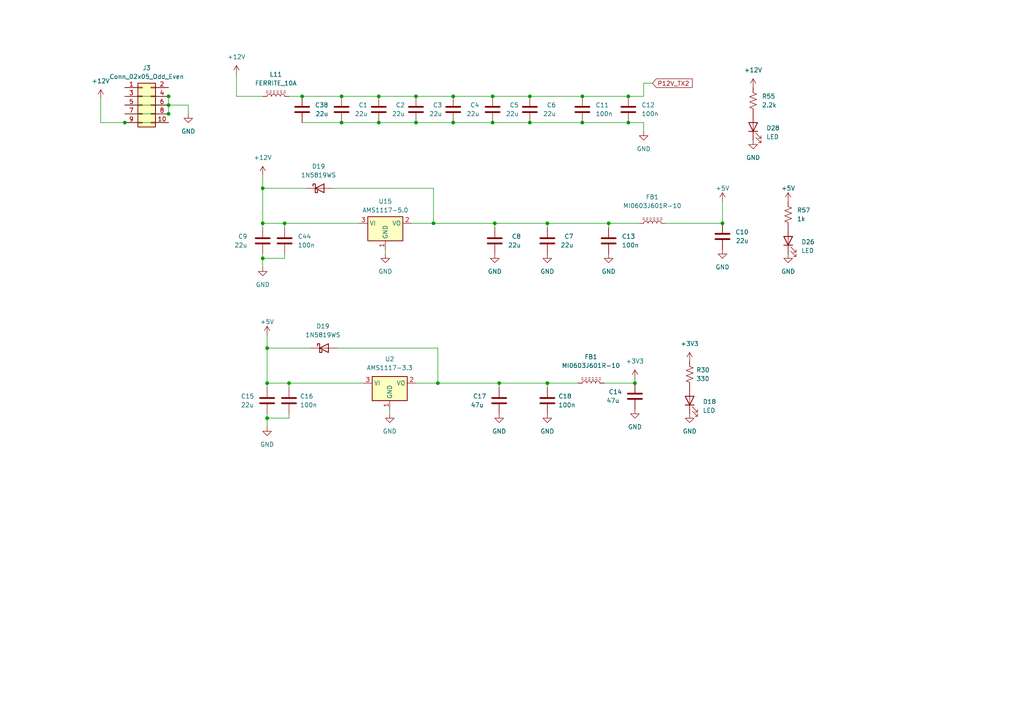
<source format=kicad_sch>
(kicad_sch (version 20230121) (generator eeschema)
  (paper "A4")
  (lib_symbols
    (symbol "+5V_1" (power) (pin_names (offset 0))
      (property "Value" "+5V_1" (at 0 3.556 0))
      (symbol "+5V_1_0_1"
        (polyline (pts (xy -0.762 1.27) (xy 0 2.54)))
        (polyline (pts (xy 0 0) (xy 0 2.54)))
        (polyline (pts (xy 0 2.54) (xy 0.762 1.27)))
      )
      (symbol "+5V_1_1_1"
        (pin power_in line (at 0 0 90) (length 0) hide (name "+5V") (number "1"))
      )
    )
    (symbol "Connector_Generic:Conn_02x05_Odd_Even" (pin_names (offset 1.016) hide)
      (property "Reference" "J" (at 1.27 7.62 0))
      (property "Value" "Conn_02x05_Odd_Even" (at 1.27 -7.62 0))
      (symbol "Conn_02x05_Odd_Even_1_1"
        (rectangle (start -1.27 -4.953) (end 0 -5.207) (stroke (width 0.1524)))
        (rectangle (start -1.27 -2.413) (end 0 -2.667) (stroke (width 0.1524)))
        (rectangle (start -1.27 0.127) (end 0 -0.127) (stroke (width 0.1524)))
        (rectangle (start -1.27 2.667) (end 0 2.413) (stroke (width 0.1524)))
        (rectangle (start -1.27 5.207) (end 0 4.953) (stroke (width 0.1524)))
        (rectangle (start -1.27 6.35) (end 3.81 -6.35) (stroke (width 0.254)) (fill (type background)))
        (rectangle (start 3.81 -4.953) (end 2.54 -5.207) (stroke (width 0.1524)))
        (rectangle (start 3.81 -2.413) (end 2.54 -2.667) (stroke (width 0.1524)))
        (rectangle (start 3.81 0.127) (end 2.54 -0.127) (stroke (width 0.1524)))
        (rectangle (start 3.81 2.667) (end 2.54 2.413) (stroke (width 0.1524)))
        (rectangle (start 3.81 5.207) (end 2.54 4.953) (stroke (width 0.1524)))
        (pin passive line (at -5.08 5.08 0) (length 3.81) (name "Pin_1") (number "1"))
        (pin passive line (at 7.62 -5.08 180) (length 3.81) (name "Pin_10") (number "10"))
        (pin passive line (at 7.62 5.08 180) (length 3.81) (name "Pin_2") (number "2"))
        (pin passive line (at -5.08 2.54 0) (length 3.81) (name "Pin_3") (number "3"))
        (pin passive line (at 7.62 2.54 180) (length 3.81) (name "Pin_4") (number "4"))
        (pin passive line (at -5.08 0 0) (length 3.81) (name "Pin_5") (number "5"))
        (pin passive line (at 7.62 0 180) (length 3.81) (name "Pin_6") (number "6"))
        (pin passive line (at -5.08 -2.54 0) (length 3.81) (name "Pin_7") (number "7"))
        (pin passive line (at 7.62 -2.54 180) (length 3.81) (name "Pin_8") (number "8"))
        (pin passive line (at -5.08 -5.08 0) (length 3.81) (name "Pin_9") (number "9"))
      )
    )
    (symbol "Device:C" (pin_numbers hide) (pin_names (offset 0.254))
      (property "Reference" "C" (at 0.635 2.54 0))
      (property "Value" "C" (at 0.635 -2.54 0))
      (symbol "C_0_1"
        (polyline (pts (xy -2.032 -0.762) (xy 2.032 -0.762)) (stroke (width 0.508)))
        (polyline (pts (xy -2.032 0.762) (xy 2.032 0.762)) (stroke (width 0.508)))
      )
      (symbol "C_1_1"
        (pin passive line (at 0 3.81 270) (length 2.794) (name "~") (number "1"))
        (pin passive line (at 0 -3.81 90) (length 2.794) (name "~") (number "2"))
      )
    )
    (symbol "Device:LED" (pin_numbers hide) (pin_names (offset 1.016) hide)
      (property "Reference" "D" (at 0 2.54 0))
      (property "Value" "LED" (at 0 -2.54 0))
      (symbol "LED_0_1"
        (polyline (pts (xy -1.27 -1.27) (xy -1.27 1.27)) (stroke (width 0.254)))
        (polyline (pts (xy -1.27 0) (xy 1.27 0)))
        (polyline (pts (xy 1.27 -1.27) (xy 1.27 1.27) (xy -1.27 0) (xy 1.27 -1.27)) (stroke (width 0.254)))
        (polyline (pts (xy -3.048 -0.762) (xy -4.572 -2.286) (xy -3.81 -2.286) (xy -4.572 -2.286) (xy -4.572 -1.524)))
        (polyline (pts (xy -1.778 -0.762) (xy -3.302 -2.286) (xy -2.54 -2.286) (xy -3.302 -2.286) (xy -3.302 -1.524)))
      )
      (symbol "LED_1_1"
        (pin passive line (at -3.81 0 0) (length 2.54) (name "K") (number "1"))
        (pin passive line (at 3.81 0 180) (length 2.54) (name "A") (number "2"))
      )
    )
    (symbol "Device:L_Ferrite" (pin_numbers hide) (pin_names (offset 1.016) hide)
      (property "Reference" "L" (at -1.27 0 90))
      (property "Value" "L_Ferrite" (at 2.794 0 90))
      (symbol "L_Ferrite_0_1"
        (arc (start 0 -2.54) (mid 0.6323 -1.905) (end 0 -1.27))
        (arc (start 0 -1.27) (mid 0.6323 -0.635) (end 0 0))
        (polyline (pts (xy 1.016 -2.794) (xy 1.016 -2.286)))
        (polyline (pts (xy 1.016 -1.778) (xy 1.016 -1.27)))
        (polyline (pts (xy 1.016 -0.762) (xy 1.016 -0.254)))
        (polyline (pts (xy 1.016 0.254) (xy 1.016 0.762)))
        (polyline (pts (xy 1.016 1.27) (xy 1.016 1.778)))
        (polyline (pts (xy 1.016 2.286) (xy 1.016 2.794)))
        (polyline (pts (xy 1.524 -2.286) (xy 1.524 -2.794)))
        (polyline (pts (xy 1.524 -1.27) (xy 1.524 -1.778)))
        (polyline (pts (xy 1.524 -0.254) (xy 1.524 -0.762)))
        (polyline (pts (xy 1.524 0.762) (xy 1.524 0.254)))
        (polyline (pts (xy 1.524 1.778) (xy 1.524 1.27)))
        (polyline (pts (xy 1.524 2.794) (xy 1.524 2.286)))
        (arc (start 0 0) (mid 0.6323 0.635) (end 0 1.27))
        (arc (start 0 1.27) (mid 0.6323 1.905) (end 0 2.54))
      )
      (symbol "L_Ferrite_1_1"
        (pin passive line (at 0 3.81 270) (length 1.27) (name "1") (number "1"))
        (pin passive line (at 0 -3.81 90) (length 1.27) (name "2") (number "2"))
      )
    )
    (symbol "Device:R_US" (pin_numbers hide) (pin_names (offset 0))
      (property "Reference" "R" (at 2.54 0 90))
      (property "Value" "R_US" (at -2.54 0 90))
      (symbol "R_US_0_1"
        (polyline (pts (xy 0 -2.286) (xy 0 -2.54)))
        (polyline (pts (xy 0 2.286) (xy 0 2.54)))
        (polyline (pts (xy 0 -0.762) (xy 1.016 -1.143) (xy 0 -1.524) (xy -1.016 -1.905) (xy 0 -2.286)))
        (polyline (pts (xy 0 0.762) (xy 1.016 0.381) (xy 0 0) (xy -1.016 -0.381) (xy 0 -0.762)))
        (polyline (pts (xy 0 2.286) (xy 1.016 1.905) (xy 0 1.524) (xy -1.016 1.143) (xy 0 0.762)))
      )
      (symbol "R_US_1_1"
        (pin passive line (at 0 3.81 270) (length 1.27) (name "~") (number "1"))
        (pin passive line (at 0 -3.81 90) (length 1.27) (name "~") (number "2"))
      )
    )
    (symbol "Diode:1N5819WS" (pin_numbers hide) (pin_names (offset 1.016) hide)
      (property "Reference" "D" (at 0 2.54 0))
      (property "Value" "1N5819WS" (at 0 -2.54 0))
      (symbol "1N5819WS_0_1"
        (polyline (pts (xy 1.27 0) (xy -1.27 0)))
        (polyline (pts (xy 1.27 1.27) (xy 1.27 -1.27) (xy -1.27 0) (xy 1.27 1.27)) (stroke (width 0.254)))
        (polyline (pts (xy -1.905 0.635) (xy -1.905 1.27) (xy -1.27 1.27) (xy -1.27 -1.27) (xy -0.635 -1.27) (xy -0.635 -0.635)) (stroke (width 0.254)))
      )
      (symbol "1N5819WS_1_1"
        (pin passive line (at -3.81 0 0) (length 2.54) (name "K") (number "1"))
        (pin passive line (at 3.81 0 180) (length 2.54) (name "A") (number "2"))
      )
    )
    (symbol "Regulator_Linear:AMS1117-3.3"
      (property "Reference" "U" (at -3.81 3.175 0))
      (property "Value" "AMS1117-3.3" (at 0 3.175 0))
      (symbol "AMS1117-3.3_0_1"
        (rectangle (start -5.08 -5.08) (end 5.08 1.905) (stroke (width 0.254)) (fill (type background)))
      )
      (symbol "AMS1117-3.3_1_1"
        (pin power_in line (at 0 -7.62 90) (length 2.54) (name "GND") (number "1"))
        (pin power_out line (at 7.62 0 180) (length 2.54) (name "VO") (number "2"))
        (pin power_in line (at -7.62 0 0) (length 2.54) (name "VI") (number "3"))
      )
    )
    (symbol "power:+12V" (power) (pin_names (offset 0))
      (property "Value" "+12V" (at 0 3.556 0))
      (symbol "+12V_0_1"
        (polyline (pts (xy -0.762 1.27) (xy 0 2.54)))
        (polyline (pts (xy 0 0) (xy 0 2.54)))
        (polyline (pts (xy 0 2.54) (xy 0.762 1.27)))
      )
      (symbol "+12V_1_1"
        (pin power_in line (at 0 0 90) (length 0) hide (name "+12V") (number "1"))
      )
    )
    (symbol "power:+3V3" (power) (pin_names (offset 0))
      (property "Value" "+3V3" (at 0 3.556 0))
      (symbol "+3V3_0_1"
        (polyline (pts (xy -0.762 1.27) (xy 0 2.54)))
        (polyline (pts (xy 0 0) (xy 0 2.54)))
        (polyline (pts (xy 0 2.54) (xy 0.762 1.27)))
      )
      (symbol "+3V3_1_1"
        (pin power_in line (at 0 0 90) (length 0) hide (name "+3V3") (number "1"))
      )
    )
    (symbol "power:GND" (power) (pin_names (offset 0))
      (property "Value" "GND" (at 0 -3.81 0))
      (symbol "GND_0_1"
        (polyline (pts (xy 0 0) (xy 0 -1.27) (xy 1.27 -1.27) (xy 0 -2.54) (xy -1.27 -1.27) (xy 0 -1.27)))
      )
      (symbol "GND_1_1"
        (pin power_in line (at 0 0 270) (length 0) hide (name "GND") (number "1"))
      )
    )
  )
  (junction (at 158.75 64.77))
  (junction (at 36.195 35.56))
  (junction (at 182.245 27.94))
  (junction (at 48.895 30.48))
  (junction (at 153.67 35.56))
  (junction (at 83.82 111.125))
  (junction (at 168.91 35.56))
  (junction (at 125.73 64.77))
  (junction (at 99.06 27.94))
  (junction (at 77.47 100.965))
  (junction (at 131.445 35.56))
  (junction (at 209.55 64.77))
  (junction (at 144.78 111.125))
  (junction (at 120.65 27.94))
  (junction (at 131.445 27.94))
  (junction (at 76.2 74.93))
  (junction (at 109.855 35.56))
  (junction (at 48.895 33.02))
  (junction (at 184.15 111.125))
  (junction (at 182.245 35.56))
  (junction (at 77.47 121.285))
  (junction (at 120.65 35.56))
  (junction (at 127 111.125))
  (junction (at 142.875 27.94))
  (junction (at 48.895 27.94))
  (junction (at 76.2 54.61))
  (junction (at 158.75 111.125))
  (junction (at 143.51 64.77))
  (junction (at 76.2 64.77))
  (junction (at 168.91 27.94))
  (junction (at 176.53 64.77))
  (junction (at 142.875 35.56))
  (junction (at 109.855 27.94))
  (junction (at 99.06 35.56))
  (junction (at 87.63 27.94))
  (junction (at 82.55 64.77))
  (junction (at 77.47 111.125))
  (junction (at 153.67 27.94))
  (wire (pts (xy 76.2 50.8) (xy 76.2 54.61)))
  (wire (pts (xy 158.75 111.125) (xy 144.78 111.125)))
  (wire (pts (xy 131.445 35.56) (xy 142.875 35.56)))
  (wire (pts (xy 176.53 64.77) (xy 176.53 66.04)))
  (wire (pts (xy 36.195 35.56) (xy 29.21 35.56)))
  (wire (pts (xy 82.55 74.93) (xy 82.55 73.66)))
  (wire (pts (xy 96.52 54.61) (xy 125.73 54.61)))
  (wire (pts (xy 48.895 27.94) (xy 48.895 30.48)))
  (wire (pts (xy 77.47 100.965) (xy 77.47 111.125)))
  (wire (pts (xy 83.82 121.285) (xy 83.82 120.015)))
  (wire (pts (xy 82.55 64.77) (xy 82.55 66.04)))
  (wire (pts (xy 83.82 111.125) (xy 77.47 111.125)))
  (wire (pts (xy 105.41 111.125) (xy 83.82 111.125)))
  (wire (pts (xy 68.58 21.59) (xy 68.58 27.94)))
  (wire (pts (xy 189.23 24.13) (xy 186.69 24.13)))
  (wire (pts (xy 186.69 35.56) (xy 186.69 38.1)))
  (wire (pts (xy 158.75 64.77) (xy 176.53 64.77)))
  (wire (pts (xy 36.195 27.94) (xy 48.895 27.94)))
  (wire (pts (xy 76.2 74.93) (xy 76.2 73.66)))
  (wire (pts (xy 142.875 35.56) (xy 153.67 35.56)))
  (wire (pts (xy 120.65 27.94) (xy 131.445 27.94)))
  (wire (pts (xy 144.78 112.395) (xy 144.78 111.125)))
  (wire (pts (xy 153.67 35.56) (xy 168.91 35.56)))
  (wire (pts (xy 109.855 27.94) (xy 120.65 27.94)))
  (wire (pts (xy 143.51 64.77) (xy 158.75 64.77)))
  (wire (pts (xy 82.55 64.77) (xy 76.2 64.77)))
  (wire (pts (xy 77.47 100.965) (xy 90.17 100.965)))
  (wire (pts (xy 175.26 111.125) (xy 184.15 111.125)))
  (wire (pts (xy 77.47 121.285) (xy 77.47 120.015)))
  (wire (pts (xy 83.82 27.94) (xy 87.63 27.94)))
  (wire (pts (xy 142.875 27.94) (xy 153.67 27.94)))
  (wire (pts (xy 209.55 58.42) (xy 209.55 64.77)))
  (wire (pts (xy 77.47 121.285) (xy 77.47 123.825)))
  (wire (pts (xy 168.91 35.56) (xy 182.245 35.56)))
  (wire (pts (xy 184.15 109.855) (xy 184.15 111.125)))
  (wire (pts (xy 131.445 27.94) (xy 142.875 27.94)))
  (wire (pts (xy 158.75 64.77) (xy 158.75 66.04)))
  (wire (pts (xy 99.06 27.94) (xy 109.855 27.94)))
  (wire (pts (xy 158.75 111.125) (xy 167.64 111.125)))
  (wire (pts (xy 83.82 111.125) (xy 83.82 112.395)))
  (wire (pts (xy 76.2 66.04) (xy 76.2 64.77)))
  (wire (pts (xy 76.2 54.61) (xy 88.9 54.61)))
  (wire (pts (xy 77.47 112.395) (xy 77.47 111.125)))
  (wire (pts (xy 176.53 64.77) (xy 185.42 64.77)))
  (wire (pts (xy 87.63 35.56) (xy 99.06 35.56)))
  (wire (pts (xy 97.79 100.965) (xy 127 100.965)))
  (wire (pts (xy 127 111.125) (xy 144.78 111.125)))
  (wire (pts (xy 182.245 35.56) (xy 186.69 35.56)))
  (wire (pts (xy 36.195 33.02) (xy 48.895 33.02)))
  (wire (pts (xy 153.67 27.94) (xy 168.91 27.94)))
  (wire (pts (xy 113.03 118.745) (xy 113.03 120.015)))
  (wire (pts (xy 125.73 64.77) (xy 143.51 64.77)))
  (wire (pts (xy 125.73 54.61) (xy 125.73 64.77)))
  (wire (pts (xy 168.91 27.94) (xy 182.245 27.94)))
  (wire (pts (xy 87.63 27.94) (xy 99.06 27.94)))
  (wire (pts (xy 193.04 64.77) (xy 209.55 64.77)))
  (wire (pts (xy 111.76 72.39) (xy 111.76 73.66)))
  (wire (pts (xy 127 100.965) (xy 127 111.125)))
  (wire (pts (xy 29.21 28.575) (xy 29.21 35.56)))
  (wire (pts (xy 48.895 30.48) (xy 54.61 30.48)))
  (wire (pts (xy 119.38 64.77) (xy 125.73 64.77)))
  (wire (pts (xy 36.195 35.56) (xy 48.895 35.56)))
  (wire (pts (xy 158.75 111.125) (xy 158.75 112.395)))
  (wire (pts (xy 77.47 97.155) (xy 77.47 100.965)))
  (wire (pts (xy 48.895 30.48) (xy 48.895 33.02)))
  (wire (pts (xy 76.2 54.61) (xy 76.2 64.77)))
  (wire (pts (xy 120.65 35.56) (xy 131.445 35.56)))
  (wire (pts (xy 109.855 35.56) (xy 120.65 35.56)))
  (wire (pts (xy 186.69 24.13) (xy 186.69 27.94)))
  (wire (pts (xy 120.65 111.125) (xy 127 111.125)))
  (wire (pts (xy 143.51 66.04) (xy 143.51 64.77)))
  (wire (pts (xy 76.2 74.93) (xy 76.2 77.47)))
  (wire (pts (xy 182.245 27.94) (xy 186.69 27.94)))
  (wire (pts (xy 77.47 121.285) (xy 83.82 121.285)))
  (wire (pts (xy 76.2 74.93) (xy 82.55 74.93)))
  (wire (pts (xy 99.06 35.56) (xy 109.855 35.56)))
  (wire (pts (xy 54.61 30.48) (xy 54.61 33.02)))
  (wire (pts (xy 104.14 64.77) (xy 82.55 64.77)))
  (wire (pts (xy 68.58 27.94) (xy 76.2 27.94)))
  (wire (pts (xy 36.195 30.48) (xy 48.895 30.48)))
  (global_label "P12V_TX2" (shape input) (at 189.23 24.13 0) (property "Intersheetrefs" "${INTERSHEET_REFS}" (effects hide)))
  (symbol (lib_id "Device:C") (at 176.53 69.85 0) (unit 1)
    (property "Reference" "C13" (at 180.34 68.58 0) (effects (justify left)))
    (property "Value" "100n" (at 180.34 71.12 0) (effects (justify left)))
    (property "Footprint" "Capacitor_SMD:C_0603_1608Metric" (effects hide))
    (instances (project "tegra_carrier" (path "" (reference "C13") (unit 1))) (project "canbus_loopback" (path "" (reference "C19") (unit 1)) (path "" (reference "C26") (unit 1))))
  )
  (symbol (lib_id "Device:C") (at 143.51 69.85 180) (unit 1)
    (property "Reference" "C8" (at 151.13 68.58 0) (effects (justify left)))
    (property "Value" "22u" (at 151.13 71.12 0) (effects (justify left)))
    (property "Footprint" "Capacitor_SMD:C_0805_2012Metric" (effects hide))
    (instances (project "tegra_carrier" (path "" (reference "C8") (unit 1))) (project "canbus_loopback" (path "" (reference "C32") (unit 1))))
  )
  (symbol (lib_id "Device:C") (at 153.67 31.75 180) (unit 1)
    (property "Reference" "C6" (at 161.29 30.48 0) (effects (justify left)))
    (property "Value" "22u" (at 161.29 33.02 0) (effects (justify left)))
    (property "Footprint" "Capacitor_SMD:C_0805_2012Metric" (effects hide))
    (instances (project "tegra_carrier" (path "" (reference "C6") (unit 1))) (project "canbus_loopback" (path "" (reference "C32") (unit 1))))
  )
  (symbol (lib_id "Device:C") (at 77.47 116.205 0) (unit 1)
    (property "Reference" "C15" (at 69.85 114.935 0) (effects (justify left)))
    (property "Value" "22u" (at 69.85 117.475 0) (effects (justify left)))
    (property "Footprint" "Capacitor_SMD:C_0805_2012Metric" (effects hide))
    (instances (project "tegra_projectm_front" (path "" (reference "C15") (unit 1))) (project "tegra_carrier" (path "" (reference "C17") (unit 1))) (project "canbus_loopback" (path "" (reference "C32") (unit 1))))
  )
  (symbol (lib_name "+5V_1") (lib_id "power:+5V") (at 209.55 58.42 0) (unit 1)
    (property "Reference" "#PWR0140" (effects hide))
    (property "Value" "+5V" (at 209.55 54.61 0))
    (instances (project "tegra_carrier" (path "" (reference "#PWR0140") (unit 1))) (project "canbus_loopback" (path "" (reference "#PWR030") (unit 1)) (path "" (reference "#PWR041") (unit 1)) (path "" (reference "#PWR046") (unit 1))) (project "canbus_adapter" (path "" (reference "#PWR012") (unit 1))) (project "combo_laser_driver" (path "" (reference "#PWR027") (unit 1))))
  )
  (symbol (lib_id "Device:C") (at 87.63 31.75 180) (unit 1)
    (property "Reference" "C38" (at 95.25 30.48 0) (effects (justify left)))
    (property "Value" "22u" (at 95.25 33.02 0) (effects (justify left)))
    (property "Footprint" "Capacitor_SMD:C_0805_2012Metric" (effects hide))
    (instances (project "tegra_carrier" (path "" (reference "C38") (unit 1))) (project "canbus_loopback" (path "" (reference "C32") (unit 1))))
  )
  (symbol (lib_id "Device:C") (at 131.445 31.75 180) (unit 1)
    (property "Reference" "C4" (at 139.065 30.48 0) (effects (justify left)))
    (property "Value" "22u" (at 139.065 33.02 0) (effects (justify left)))
    (property "Footprint" "Capacitor_SMD:C_0805_2012Metric" (effects hide))
    (instances (project "tegra_carrier" (path "" (reference "C4") (unit 1))) (project "canbus_loopback" (path "" (reference "C32") (unit 1))))
  )
  (symbol (lib_id "power:GND") (at 143.51 73.66 0) (unit 1)
    (property "Reference" "#PWR0161" (effects hide))
    (property "Value" "GND" (at 143.51 78.74 0))
    (instances (project "tegra_carrier" (path "" (reference "#PWR0161") (unit 1))) (project "canbus_loopback" (path "" (reference "#PWR039") (unit 1)) (path "" (reference "#PWR045") (unit 1)) (path "" (reference "#PWR041") (unit 1))) (project "canbus_adapter" (path "" (reference "#PWR019") (unit 1))) (project "RP2040_minimal" (path "" (reference "#PWR010") (unit 1))) (project "combo_laser_driver" (path "" (reference "#PWR034") (unit 1))))
  )
  (symbol (lib_id "Device:C") (at 158.75 116.205 0) (unit 1)
    (property "Reference" "C18" (at 161.925 114.935 0) (effects (justify left)))
    (property "Value" "100n" (at 161.925 117.475 0) (effects (justify left)))
    (property "Footprint" "Capacitor_SMD:C_0603_1608Metric" (effects hide))
    (instances (project "tegra_projectm_front" (path "" (reference "C18") (unit 1))) (project "tegra_carrier" (path "" (reference "C20") (unit 1))) (project "canbus_loopback" (path "" (reference "C6") (unit 1)) (path "" (reference "C3") (unit 1)) (path "" (reference "C36") (unit 1))))
  )
  (symbol (lib_id "Device:L_Ferrite") (at 171.45 111.125 90) (unit 1)
    (property "Reference" "FB1" (at 171.3992 103.505 90))
    (property "Value" "MI0603J601R-10" (at 171.3992 106.045 90))
    (property "Footprint" "Inductor_SMD:L_0603_1608Metric" (effects hide))
    (instances (project "tegra_projectm_front" (path "" (reference "FB1") (unit 1))) (project "tegra_carrier" (path "" (reference "FB2") (unit 1))) (project "canbus_loopback" (path "" (reference "FB1") (unit 1)) (path "" (reference "FB4") (unit 1))))
  )
  (symbol (lib_id "power:+12V") (at 218.44 25.4 0) (unit 1)
    (property "Reference" "#PWR0169" (effects hide))
    (property "Value" "+12V" (at 218.44 20.32 0))
    (instances (project "tegra_carrier" (path "" (reference "#PWR0169") (unit 1))) (project "canbus_loopback" (path "" (reference "#PWR052") (unit 1))))
  )
  (symbol (lib_id "power:GND") (at 158.75 120.015 0) (unit 1)
    (property "Reference" "#PWR028" (effects hide))
    (property "Value" "GND" (at 158.75 125.095 0))
    (instances (project "tegra_projectm_front" (path "" (reference "#PWR028") (unit 1))) (project "tegra_carrier" (path "" (reference "#PWR013") (unit 1))) (project "canbus_loopback" (path "" (reference "#PWR039") (unit 1)) (path "" (reference "#PWR045") (unit 1)) (path "" (reference "#PWR050") (unit 1))) (project "canbus_adapter" (path "" (reference "#PWR019") (unit 1))) (project "RP2040_minimal" (path "" (reference "#PWR010") (unit 1))) (project "combo_laser_driver" (path "" (reference "#PWR034") (unit 1))))
  )
  (symbol (lib_id "power:GND") (at 176.53 73.66 0) (unit 1)
    (property "Reference" "#PWR0200" (effects hide))
    (property "Value" "GND" (at 176.53 78.74 0))
    (instances (project "tegra_carrier" (path "" (reference "#PWR0200") (unit 1))) (project "canbus_loopback" (path "" (reference "#PWR039") (unit 1)) (path "" (reference "#PWR045") (unit 1)) (path "" (reference "#PWR041") (unit 1))) (project "canbus_adapter" (path "" (reference "#PWR019") (unit 1))) (project "RP2040_minimal" (path "" (reference "#PWR010") (unit 1))) (project "combo_laser_driver" (path "" (reference "#PWR034") (unit 1))))
  )
  (symbol (lib_id "Device:C") (at 99.06 31.75 180) (unit 1)
    (property "Reference" "C1" (at 106.68 30.48 0) (effects (justify left)))
    (property "Value" "22u" (at 106.68 33.02 0) (effects (justify left)))
    (property "Footprint" "Capacitor_SMD:C_0805_2012Metric" (effects hide))
    (instances (project "tegra_carrier" (path "" (reference "C1") (unit 1))) (project "canbus_loopback" (path "" (reference "C32") (unit 1))))
  )
  (symbol (lib_id "power:+12V") (at 68.58 21.59 0) (unit 1)
    (property "Reference" "#PWR0152" (effects hide))
    (property "Value" "+12V" (at 68.58 16.51 0))
  )
  (symbol (lib_id "Device:C") (at 82.55 69.85 0) (unit 1)
    (property "Reference" "C44" (at 86.36 68.58 0) (effects (justify left)))
    (property "Value" "100n" (at 86.36 71.12 0) (effects (justify left)))
    (property "Footprint" "Capacitor_SMD:C_0603_1608Metric" (effects hide))
    (instances (project "tegra_carrier" (path "" (reference "C44") (unit 1))) (project "canbus_loopback" (path "" (reference "C19") (unit 1)) (path "" (reference "C26") (unit 1))))
  )
  (symbol (lib_id "Device:C") (at 76.2 69.85 180) (unit 1)
    (property "Reference" "C9" (at 71.755 68.58 0) (effects (justify left)))
    (property "Value" "22u" (at 71.755 71.12 0) (effects (justify left)))
    (property "Footprint" "Capacitor_SMD:C_0805_2012Metric" (effects hide))
    (instances (project "tegra_carrier" (path "" (reference "C9") (unit 1))) (project "canbus_loopback" (path "" (reference "C32") (unit 1))))
  )
  (symbol (lib_id "power:GND") (at 218.44 40.64 0) (unit 1)
    (property "Reference" "#PWR0171" (effects hide))
    (property "Value" "GND" (at 218.44 45.72 0))
    (instances (project "tegra_carrier" (path "" (reference "#PWR0171") (unit 1))) (project "canbus_loopback" (path "" (reference "#PWR039") (unit 1)) (path "" (reference "#PWR045") (unit 1)) (path "" (reference "#PWR055") (unit 1))) (project "canbus_adapter" (path "" (reference "#PWR019") (unit 1))) (project "RP2040_minimal" (path "" (reference "#PWR010") (unit 1))) (project "combo_laser_driver" (path "" (reference "#PWR034") (unit 1))))
  )
  (symbol (lib_id "Regulator_Linear:AMS1117-3.3") (at 111.76 64.77 0) (unit 1)
    (property "Reference" "U15" (at 111.76 58.42 0))
    (property "Value" "AMS1117-5.0" (at 111.76 60.96 0))
    (property "Footprint" "Package_TO_SOT_SMD:SOT-223-3_TabPin2" (effects hide))
    (property "Datasheet" "http://www.advanced-monolithic.com/pdf/ds1117.pdf" (effects hide))
    (instances (project "tegra_carrier" (path "" (reference "U15") (unit 1))) (project "canbus_loopback" (path "" (reference "U4") (unit 1)) (path "" (reference "U7") (unit 1)) (path "" (reference "U7") (unit 1))) (project "canbus_adapter" (path "" (reference "U9") (unit 1))) (project "combo_laser_driver" (path "" (reference "U3") (unit 1))))
  )
  (symbol (lib_id "power:GND") (at 184.15 118.745 0) (unit 1)
    (property "Reference" "#PWR025" (effects hide))
    (property "Value" "GND" (at 184.15 123.825 0))
    (instances (project "tegra_projectm_front" (path "" (reference "#PWR025") (unit 1))) (project "tegra_carrier" (path "" (reference "#PWR010") (unit 1))) (project "canbus_loopback" (path "" (reference "#PWR039") (unit 1)) (path "" (reference "#PWR045") (unit 1)) (path "" (reference "#PWR048") (unit 1))) (project "canbus_adapter" (path "" (reference "#PWR019") (unit 1))) (project "RP2040_minimal" (path "" (reference "#PWR010") (unit 1))) (project "combo_laser_driver" (path "" (reference "#PWR034") (unit 1))))
  )
  (symbol (lib_id "Device:C") (at 209.55 68.58 180) (unit 1)
    (property "Reference" "C10" (at 217.17 67.31 0) (effects (justify left)))
    (property "Value" "22u" (at 217.17 69.85 0) (effects (justify left)))
    (property "Footprint" "Capacitor_SMD:C_0805_2012Metric" (effects hide))
    (instances (project "tegra_carrier" (path "" (reference "C10") (unit 1))) (project "canbus_loopback" (path "" (reference "C32") (unit 1))))
  )
  (symbol (lib_id "power:+12V") (at 76.2 50.8 0) (unit 1)
    (property "Reference" "#PWR0158" (effects hide))
    (property "Value" "+12V" (at 76.2 45.72 0))
    (instances (project "tegra_carrier" (path "" (reference "#PWR0158") (unit 1))) (project "canbus_loopback" (path "" (reference "#PWR038") (unit 1))))
  )
  (symbol (lib_id "power:GND") (at 200.025 120.015 0) (unit 1)
    (property "Reference" "#PWR031" (effects hide))
    (property "Value" "GND" (at 200.025 125.095 0))
    (instances (project "tegra_projectm_front" (path "" (reference "#PWR031") (unit 1))) (project "tegra_carrier" (path "" (reference "#PWR016") (unit 1))))
  )
  (symbol (lib_name "+5V_1") (lib_id "power:+5V") (at 77.47 97.155 0) (unit 1)
    (property "Reference" "#PWR022" (effects hide))
    (property "Value" "+5V" (at 77.47 93.345 0))
    (instances (project "tegra_projectm_front" (path "" (reference "#PWR022") (unit 1))) (project "tegra_carrier" (path "" (reference "#PWR08") (unit 1))) (project "canbus_loopback" (path "" (reference "#PWR030") (unit 1)) (path "" (reference "#PWR041") (unit 1)) (path "" (reference "#PWR046") (unit 1))) (project "canbus_adapter" (path "" (reference "#PWR012") (unit 1))) (project "combo_laser_driver" (path "" (reference "#PWR027") (unit 1))))
  )
  (symbol (lib_id "power:GND") (at 158.75 73.66 0) (unit 1)
    (property "Reference" "#PWR0199" (effects hide))
    (property "Value" "GND" (at 158.75 78.74 0))
    (instances (project "tegra_carrier" (path "" (reference "#PWR0199") (unit 1))) (project "canbus_loopback" (path "" (reference "#PWR039") (unit 1)) (path "" (reference "#PWR045") (unit 1)) (path "" (reference "#PWR041") (unit 1))) (project "canbus_adapter" (path "" (reference "#PWR019") (unit 1))) (project "RP2040_minimal" (path "" (reference "#PWR010") (unit 1))) (project "combo_laser_driver" (path "" (reference "#PWR034") (unit 1))))
  )
  (symbol (lib_id "Device:LED") (at 218.44 36.83 90) (unit 1)
    (property "Reference" "D28" (at 222.25 37.1475 90) (effects (justify right)))
    (property "Value" "LED" (at 222.25 39.6875 90) (effects (justify right)))
    (property "Footprint" "LED_SMD:LED_0603_1608Metric" (effects hide))
  )
  (symbol (lib_id "Device:C") (at 120.65 31.75 180) (unit 1)
    (property "Reference" "C3" (at 128.27 30.48 0) (effects (justify left)))
    (property "Value" "22u" (at 128.27 33.02 0) (effects (justify left)))
    (property "Footprint" "Capacitor_SMD:C_0805_2012Metric" (effects hide))
    (instances (project "tegra_carrier" (path "" (reference "C3") (unit 1))) (project "canbus_loopback" (path "" (reference "C32") (unit 1))))
  )
  (symbol (lib_id "power:GND") (at 76.2 77.47 0) (unit 1)
    (property "Reference" "#PWR0162" (effects hide))
    (property "Value" "GND" (at 76.2 82.55 0))
    (instances (project "tegra_carrier" (path "" (reference "#PWR0162") (unit 1))) (project "canbus_loopback" (path "" (reference "#PWR031") (unit 1)) (path "" (reference "#PWR044") (unit 1)) (path "" (reference "#PWR042") (unit 1))) (project "canbus_adapter" (path "" (reference "#PWR013") (unit 1))) (project "RP2040_minimal" (path "" (reference "#PWR04") (unit 1))) (project "combo_laser_driver" (path "" (reference "#PWR028") (unit 1))))
  )
  (symbol (lib_id "Device:L_Ferrite") (at 189.23 64.77 90) (unit 1)
    (property "Reference" "FB1" (at 189.1792 57.15 90))
    (property "Value" "MI0603J601R-10" (at 189.1792 59.69 90))
    (property "Footprint" "Inductor_SMD:L_0603_1608Metric" (effects hide))
    (instances (project "tegra_carrier" (path "" (reference "FB1") (unit 1))) (project "canbus_loopback" (path "" (reference "FB1") (unit 1)) (path "" (reference "FB3") (unit 1))))
  )
  (symbol (lib_id "Device:L_Ferrite") (at 80.01 27.94 90) (unit 1)
    (property "Reference" "L11" (at 80.01 21.59 90))
    (property "Value" "FERRITE_10A" (at 80.01 24.13 90))
    (property "Footprint" "footprints:FB_28F0121-0SR-10" (effects hide))
  )
  (symbol (lib_id "power:GND") (at 54.61 33.02 0) (unit 1)
    (property "Reference" "#PWR06" (effects hide))
    (property "Value" "GND" (at 54.61 38.1 0))
    (instances (project "tegra_carrier" (path "" (reference "#PWR06") (unit 1))) (project "canbus_loopback" (path "" (reference "#PWR039") (unit 1)) (path "" (reference "#PWR045") (unit 1)) (path "" (reference "#PWR041") (unit 1))) (project "canbus_adapter" (path "" (reference "#PWR019") (unit 1))) (project "RP2040_minimal" (path "" (reference "#PWR010") (unit 1))) (project "combo_laser_driver" (path "" (reference "#PWR034") (unit 1))))
  )
  (symbol (lib_id "Device:C") (at 144.78 116.205 0) (unit 1)
    (property "Reference" "C17" (at 137.16 114.935 0) (effects (justify left)))
    (property "Value" "47u" (at 136.525 117.475 0) (effects (justify left)))
    (property "Footprint" "Capacitor_SMD:C_0805_2012Metric" (effects hide))
    (instances (project "tegra_projectm_front" (path "" (reference "C17") (unit 1))) (project "tegra_carrier" (path "" (reference "C19") (unit 1))) (project "canbus_loopback" (path "" (reference "C34") (unit 1))))
  )
  (symbol (lib_id "Diode:1N5819WS") (at 92.71 54.61 0) (unit 1)
    (property "Reference" "D19" (at 92.3925 48.26 0))
    (property "Value" "1N5819WS" (at 92.3925 50.8 0))
    (property "Footprint" "Diode_SMD:D_SOD-323" (effects hide))
    (property "Datasheet" "https://datasheet.lcsc.com/lcsc/2204281430_Guangdong-Hottech-1N5819WS_C191023.pdf" (effects hide))
    (instances (project "tegra_projectm_front" (path "" (reference "D19") (unit 1))) (project "tegra_carrier" (path "" (reference "D1") (unit 1))))
  )
  (symbol (lib_id "Device:R_US") (at 218.44 29.21 0) (unit 1)
    (property "Reference" "R55" (at 220.98 27.94 0) (effects (justify left)))
    (property "Value" "2.2k" (at 220.98 30.48 0) (effects (justify left)))
    (property "Footprint" "Resistor_SMD:R_0603_1608Metric" (effects hide))
  )
  (symbol (lib_id "power:GND") (at 77.47 123.825 0) (unit 1)
    (property "Reference" "#PWR038" (effects hide))
    (property "Value" "GND" (at 77.47 128.905 0))
    (instances (project "tegra_projectm_front" (path "" (reference "#PWR038") (unit 1))) (project "tegra_carrier" (path "" (reference "#PWR014") (unit 1))) (project "canbus_loopback" (path "" (reference "#PWR031") (unit 1)) (path "" (reference "#PWR044") (unit 1)) (path "" (reference "#PWR051") (unit 1))) (project "canbus_adapter" (path "" (reference "#PWR013") (unit 1))) (project "RP2040_minimal" (path "" (reference "#PWR04") (unit 1))) (project "combo_laser_driver" (path "" (reference "#PWR028") (unit 1))))
  )
  (symbol (lib_id "power:+3V3") (at 184.15 109.855 0) (unit 1)
    (property "Reference" "#PWR024" (effects hide))
    (property "Value" "+3V3" (at 184.15 104.775 0))
    (instances (project "tegra_projectm_front" (path "" (reference "#PWR024") (unit 1))) (project "tegra_carrier" (path "" (reference "#PWR09") (unit 1))))
  )
  (symbol (lib_id "power:+12V") (at 29.21 28.575 0) (unit 1)
    (property "Reference" "#PWR07" (effects hide))
    (property "Value" "+12V" (at 29.21 23.495 0))
    (instances (project "tegra_carrier" (path "" (reference "#PWR07") (unit 1))) (project "canbus_loopback" (path "" (reference "#PWR038") (unit 1))))
  )
  (symbol (lib_id "Device:C") (at 182.245 31.75 0) (unit 1)
    (property "Reference" "C12" (at 186.055 30.48 0) (effects (justify left)))
    (property "Value" "100n" (at 186.055 33.02 0) (effects (justify left)))
    (property "Footprint" "Capacitor_SMD:C_0603_1608Metric" (effects hide))
    (instances (project "tegra_carrier" (path "" (reference "C12") (unit 1))) (project "canbus_loopback" (path "" (reference "C19") (unit 1)) (path "" (reference "C26") (unit 1))))
  )
  (symbol (lib_id "power:GND") (at 228.6 73.66 0) (unit 1)
    (property "Reference" "#PWR0141" (effects hide))
    (property "Value" "GND" (at 228.6 78.74 0))
  )
  (symbol (lib_id "power:GND") (at 113.03 120.015 0) (unit 1)
    (property "Reference" "#PWR026" (effects hide))
    (property "Value" "GND" (at 113.03 125.095 0))
    (instances (project "tegra_projectm_front" (path "" (reference "#PWR026") (unit 1))) (project "tegra_carrier" (path "" (reference "#PWR011") (unit 1))) (project "canbus_loopback" (path "" (reference "#PWR035") (unit 1)) (path "" (reference "#PWR043") (unit 1)) (path "" (reference "#PWR049") (unit 1))) (project "canbus_adapter" (path "" (reference "#PWR014") (unit 1))) (project "RP2040_minimal" (path "" (reference "#PWR05") (unit 1))) (project "combo_laser_driver" (path "" (reference "#PWR029") (unit 1))))
  )
  (symbol (lib_id "power:+3V3") (at 200.025 104.775 0) (unit 1)
    (property "Reference" "#PWR023" (effects hide))
    (property "Value" "+3V3" (at 200.025 99.695 0))
    (instances (project "tegra_projectm_front" (path "" (reference "#PWR023") (unit 1))) (project "tegra_carrier" (path "" (reference "#PWR015") (unit 1))))
  )
  (symbol (lib_id "Device:C") (at 142.875 31.75 180) (unit 1)
    (property "Reference" "C5" (at 150.495 30.48 0) (effects (justify left)))
    (property "Value" "22u" (at 150.495 33.02 0) (effects (justify left)))
    (property "Footprint" "Capacitor_SMD:C_0805_2012Metric" (effects hide))
    (instances (project "tegra_carrier" (path "" (reference "C5") (unit 1))) (project "canbus_loopback" (path "" (reference "C32") (unit 1))))
  )
  (symbol (lib_id "power:GND") (at 144.78 120.015 0) (unit 1)
    (property "Reference" "#PWR027" (effects hide))
    (property "Value" "GND" (at 144.78 125.095 0))
    (instances (project "tegra_projectm_front" (path "" (reference "#PWR027") (unit 1))) (project "tegra_carrier" (path "" (reference "#PWR012") (unit 1))) (project "canbus_loopback" (path "" (reference "#PWR039") (unit 1)) (path "" (reference "#PWR045") (unit 1)) (path "" (reference "#PWR050") (unit 1))) (project "canbus_adapter" (path "" (reference "#PWR019") (unit 1))) (project "RP2040_minimal" (path "" (reference "#PWR010") (unit 1))) (project "combo_laser_driver" (path "" (reference "#PWR034") (unit 1))))
  )
  (symbol (lib_id "Device:C") (at 83.82 116.205 0) (unit 1)
    (property "Reference" "C16" (at 86.995 114.935 0) (effects (justify left)))
    (property "Value" "100n" (at 86.995 117.475 0) (effects (justify left)))
    (property "Footprint" "Capacitor_SMD:C_0603_1608Metric" (effects hide))
    (instances (project "tegra_projectm_front" (path "" (reference "C16") (unit 1))) (project "tegra_carrier" (path "" (reference "C18") (unit 1))) (project "canbus_loopback" (path "" (reference "C6") (unit 1)) (path "" (reference "C3") (unit 1)) (path "" (reference "C36") (unit 1))))
  )
  (symbol (lib_id "Diode:1N5819WS") (at 93.98 100.965 0) (unit 1)
    (property "Reference" "D19" (at 93.6625 94.615 0))
    (property "Value" "1N5819WS" (at 93.6625 97.155 0))
    (property "Footprint" "Diode_SMD:D_SOD-323" (effects hide))
    (property "Datasheet" "https://datasheet.lcsc.com/lcsc/2204281430_Guangdong-Hottech-1N5819WS_C191023.pdf" (effects hide))
    (instances (project "tegra_projectm_front" (path "" (reference "D19") (unit 1))) (project "tegra_carrier" (path "" (reference "D2") (unit 1))))
  )
  (symbol (lib_id "Device:C") (at 184.15 114.935 0) (unit 1)
    (property "Reference" "C14" (at 176.53 113.665 0) (effects (justify left)))
    (property "Value" "47u" (at 175.895 116.205 0) (effects (justify left)))
    (property "Footprint" "Capacitor_SMD:C_0805_2012Metric" (effects hide))
    (instances (project "tegra_projectm_front" (path "" (reference "C14") (unit 1))) (project "tegra_carrier" (path "" (reference "C16") (unit 1))) (project "canbus_loopback" (path "" (reference "C34") (unit 1))))
  )
  (symbol (lib_id "Device:LED") (at 200.025 116.205 90) (unit 1)
    (property "Reference" "D18" (at 203.835 116.5225 90) (effects (justify right)))
    (property "Value" "LED" (at 203.835 119.0625 90) (effects (justify right)))
    (property "Footprint" "LED_SMD:LED_0603_1608Metric" (effects hide))
    (instances (project "tegra_projectm_front" (path "" (reference "D18") (unit 1))) (project "tegra_carrier" (path "" (reference "D3") (unit 1)) (path "" (reference "D23") (unit 1))))
  )
  (symbol (lib_id "Device:R_US") (at 200.025 108.585 0) (unit 1)
    (property "Reference" "R30" (at 201.93 107.315 0) (effects (justify left)))
    (property "Value" "330" (at 201.93 109.855 0) (effects (justify left)))
    (property "Footprint" "Resistor_SMD:R_0603_1608Metric" (effects hide))
    (instances (project "tegra_projectm_front" (path "" (reference "R30") (unit 1))) (project "tegra_carrier" (path "" (reference "R1") (unit 1)) (path "" (reference "R54") (unit 1))))
  )
  (symbol (lib_name "+5V_1") (lib_id "power:+5V") (at 228.6 58.42 0) (unit 1)
    (property "Reference" "#PWR0170" (effects hide))
    (property "Value" "+5V" (at 228.6 54.61 0))
    (instances (project "tegra_carrier" (path "" (reference "#PWR0170") (unit 1))) (project "canbus_loopback" (path "" (reference "#PWR030") (unit 1)) (path "" (reference "#PWR041") (unit 1)) (path "" (reference "#PWR046") (unit 1))) (project "canbus_adapter" (path "" (reference "#PWR012") (unit 1))) (project "combo_laser_driver" (path "" (reference "#PWR027") (unit 1))))
  )
  (symbol (lib_id "Device:C") (at 109.855 31.75 180) (unit 1)
    (property "Reference" "C2" (at 117.475 30.48 0) (effects (justify left)))
    (property "Value" "22u" (at 117.475 33.02 0) (effects (justify left)))
    (property "Footprint" "Capacitor_SMD:C_0805_2012Metric" (effects hide))
    (instances (project "tegra_carrier" (path "" (reference "C2") (unit 1))) (project "canbus_loopback" (path "" (reference "C32") (unit 1))))
  )
  (symbol (lib_id "Device:C") (at 158.75 69.85 180) (unit 1)
    (property "Reference" "C7" (at 166.37 68.58 0) (effects (justify left)))
    (property "Value" "22u" (at 166.37 71.12 0) (effects (justify left)))
    (property "Footprint" "Capacitor_SMD:C_0805_2012Metric" (effects hide))
    (instances (project "tegra_carrier" (path "" (reference "C7") (unit 1))) (project "canbus_loopback" (path "" (reference "C32") (unit 1))))
  )
  (symbol (lib_id "power:GND") (at 209.55 72.39 0) (unit 1)
    (property "Reference" "#PWR0159" (effects hide))
    (property "Value" "GND" (at 209.55 77.47 0))
    (instances (project "tegra_carrier" (path "" (reference "#PWR0159") (unit 1))) (project "canbus_loopback" (path "" (reference "#PWR039") (unit 1)) (path "" (reference "#PWR045") (unit 1)) (path "" (reference "#PWR039") (unit 1))) (project "canbus_adapter" (path "" (reference "#PWR019") (unit 1))) (project "RP2040_minimal" (path "" (reference "#PWR010") (unit 1))) (project "combo_laser_driver" (path "" (reference "#PWR034") (unit 1))))
  )
  (symbol (lib_id "Device:C") (at 168.91 31.75 0) (unit 1)
    (property "Reference" "C11" (at 172.72 30.48 0) (effects (justify left)))
    (property "Value" "100n" (at 172.72 33.02 0) (effects (justify left)))
    (property "Footprint" "Capacitor_SMD:C_0603_1608Metric" (effects hide))
    (instances (project "tegra_carrier" (path "" (reference "C11") (unit 1))) (project "canbus_loopback" (path "" (reference "C19") (unit 1)) (path "" (reference "C26") (unit 1))))
  )
  (symbol (lib_id "Device:R_US") (at 228.6 62.23 0) (unit 1)
    (property "Reference" "R57" (at 231.14 60.96 0) (effects (justify left)))
    (property "Value" "1k" (at 231.14 63.5 0) (effects (justify left)))
    (property "Footprint" "Resistor_SMD:R_0603_1608Metric" (effects hide))
  )
  (symbol (lib_id "power:GND") (at 186.69 38.1 0) (unit 1)
    (property "Reference" "#PWR0153" (effects hide))
    (property "Value" "GND" (at 186.69 43.18 0))
  )
  (symbol (lib_id "Device:LED") (at 228.6 69.85 90) (unit 1)
    (property "Reference" "D26" (at 232.41 70.1675 90) (effects (justify right)))
    (property "Value" "LED" (at 232.41 72.7075 90) (effects (justify right)))
    (property "Footprint" "LED_SMD:LED_0603_1608Metric" (effects hide))
  )
  (symbol (lib_id "Regulator_Linear:AMS1117-3.3") (at 113.03 111.125 0) (unit 1)
    (property "Reference" "U2" (at 113.03 104.14 0))
    (property "Value" "AMS1117-3.3" (at 113.03 106.68 0))
    (property "Footprint" "Package_TO_SOT_SMD:SOT-223-3_TabPin2" (effects hide))
    (property "Datasheet" "http://www.advanced-monolithic.com/pdf/ds1117.pdf" (effects hide))
    (instances (project "tegra_projectm_front" (path "" (reference "U2") (unit 1))) (project "tegra_carrier" (path "" (reference "U1") (unit 1))) (project "canbus_loopback" (path "" (reference "U4") (unit 1)) (path "" (reference "U7") (unit 1)) (path "" (reference "U9") (unit 1))) (project "canbus_adapter" (path "" (reference "U9") (unit 1))) (project "combo_laser_driver" (path "" (reference "U3") (unit 1))))
  )
  (symbol (lib_id "Connector_Generic:Conn_02x05_Odd_Even") (at 41.275 30.48 0) (unit 1)
    (property "Reference" "J3" (at 42.545 19.685 0))
    (property "Value" "Conn_02x05_Odd_Even" (at 42.545 22.225 0))
    (property "Footprint" "Connector_IDC:IDC-Header_2x05_P2.54mm_Vertical" (effects hide))
  )
  (symbol (lib_id "power:GND") (at 111.76 73.66 0) (unit 1)
    (property "Reference" "#PWR0160" (effects hide))
    (property "Value" "GND" (at 111.76 78.74 0))
    (instances (project "tegra_carrier" (path "" (reference "#PWR0160") (unit 1))) (project "canbus_loopback" (path "" (reference "#PWR035") (unit 1)) (path "" (reference "#PWR043") (unit 1)) (path "" (reference "#PWR040") (unit 1))) (project "canbus_adapter" (path "" (reference "#PWR014") (unit 1))) (project "RP2040_minimal" (path "" (reference "#PWR05") (unit 1))) (project "combo_laser_driver" (path "" (reference "#PWR029") (unit 1))))
  )
)
</source>
